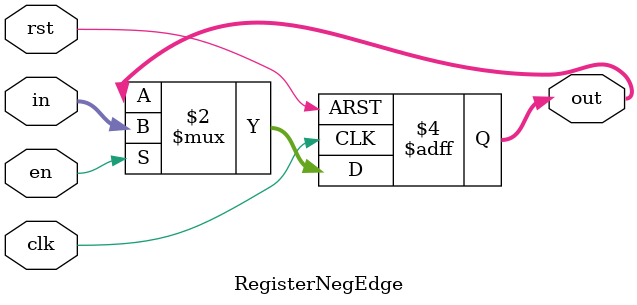
<source format=v>
module RegisterNegEdge(in, clk, en, rst, out);
    parameter N = 32;

    input [N-1:0] in;
    input clk, rst, en;

    output reg [N-1:0] out;
    
    always @(negedge clk or posedge rst) begin
        if (rst)
            out <= {N{1'b0}};
        else if (en)
            out <= in;    
    end

endmodule
</source>
